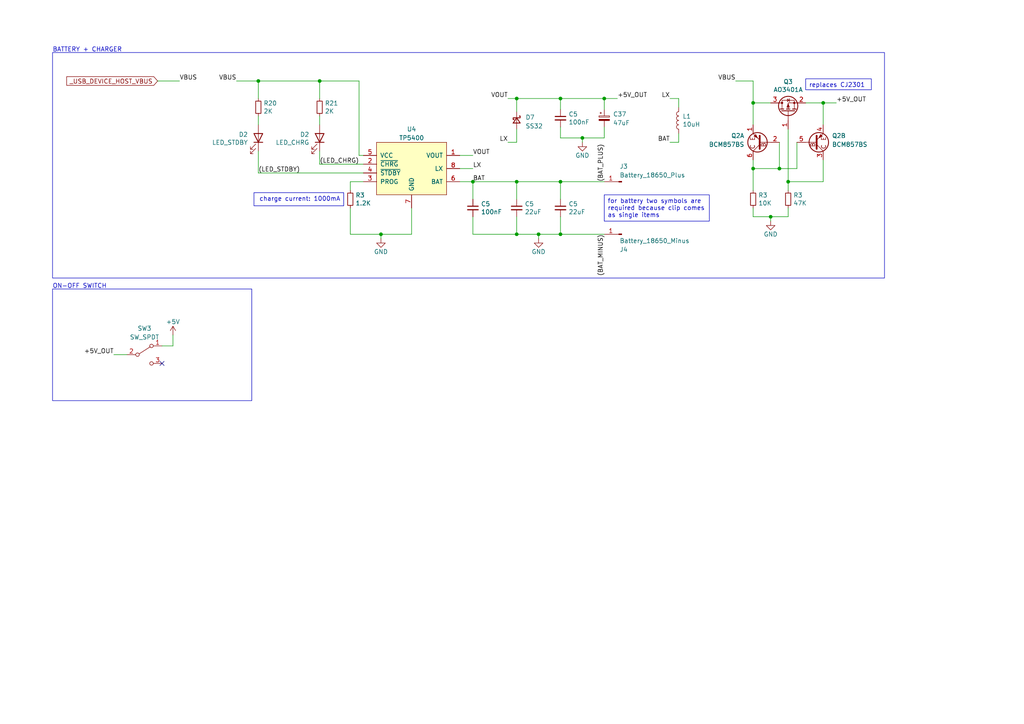
<source format=kicad_sch>
(kicad_sch (version 20231120) (generator "eeschema") (generator_version "8.0")
  (paper "A4")
  (lib_symbols
    (symbol "Connector:Conn_01x01_Pin" (pin_names (offset 1.016) hide)
      (property "Reference" "J" (at 0 2.54 0))
      (property "Value" "Conn_01x01_Pin" (at 0 -2.54 0))
      (symbol "Conn_01x01_Pin_1_1"
        (polyline (pts (xy 1.27 0) (xy 0.8636 0)) (stroke (width 0.1524)))
        (rectangle (start 0.8636 0.127) (end 0 -0.127) (stroke (width 0.1524)) (fill (type outline)))
        (pin passive line (at 5.08 0 180) (length 3.81) (name "Pin_1") (number "1"))
      )
    )
    (symbol "Device:C_Polarized_Small" (pin_numbers hide) (pin_names (offset 0.254) hide)
      (property "Reference" "C" (at 0.254 1.778 0))
      (property "Value" "C_Polarized_Small" (at 0.254 -2.032 0))
      (symbol "C_Polarized_Small_0_1"
        (rectangle (start -1.524 -0.3048) (end 1.524 -0.6858) (fill (type outline)))
        (rectangle (start -1.524 0.6858) (end 1.524 0.3048))
        (polyline (pts (xy -1.27 1.524) (xy -0.762 1.524)))
        (polyline (pts (xy -1.016 1.27) (xy -1.016 1.778)))
      )
      (symbol "C_Polarized_Small_1_1"
        (pin passive line (at 0 2.54 270) (length 1.8542) (name "~") (number "1"))
        (pin passive line (at 0 -2.54 90) (length 1.8542) (name "~") (number "2"))
      )
    )
    (symbol "Device:C_Small" (pin_numbers hide) (pin_names (offset 0.254) hide)
      (property "Reference" "C" (at 0.254 1.778 0))
      (property "Value" "C_Small" (at 0.254 -2.032 0))
      (symbol "C_Small_0_1"
        (polyline (pts (xy -1.524 -0.508) (xy 1.524 -0.508)) (stroke (width 0.3302)))
        (polyline (pts (xy -1.524 0.508) (xy 1.524 0.508)) (stroke (width 0.3048)))
      )
      (symbol "C_Small_1_1"
        (pin passive line (at 0 2.54 270) (length 2.032) (name "~") (number "1"))
        (pin passive line (at 0 -2.54 90) (length 2.032) (name "~") (number "2"))
      )
    )
    (symbol "Device:D_Schottky_Small" (pin_numbers hide) (pin_names (offset 0.254) hide)
      (property "Reference" "D" (at -1.27 2.032 0))
      (property "Value" "D_Schottky_Small" (at -7.112 -2.032 0))
      (symbol "D_Schottky_Small_0_1"
        (polyline (pts (xy -0.762 0) (xy 0.762 0)))
        (polyline (pts (xy 0.762 -1.016) (xy -0.762 0) (xy 0.762 1.016) (xy 0.762 -1.016)) (stroke (width 0.254)))
        (polyline (pts (xy -1.27 0.762) (xy -1.27 1.016) (xy -0.762 1.016) (xy -0.762 -1.016) (xy -0.254 -1.016) (xy -0.254 -0.762)) (stroke (width 0.254)))
      )
      (symbol "D_Schottky_Small_1_1"
        (pin passive line (at -2.54 0 0) (length 1.778) (name "K") (number "1"))
        (pin passive line (at 2.54 0 180) (length 1.778) (name "A") (number "2"))
      )
    )
    (symbol "Device:L" (pin_numbers hide) (pin_names (offset 1.016) hide)
      (property "Reference" "L" (at -1.27 0 90))
      (property "Value" "L" (at 1.905 0 90))
      (symbol "L_0_1"
        (arc (start 0 -2.54) (mid 0.6323 -1.905) (end 0 -1.27))
        (arc (start 0 -1.27) (mid 0.6323 -0.635) (end 0 0))
        (arc (start 0 0) (mid 0.6323 0.635) (end 0 1.27))
        (arc (start 0 1.27) (mid 0.6323 1.905) (end 0 2.54))
      )
      (symbol "L_1_1"
        (pin passive line (at 0 3.81 270) (length 1.27) (name "1") (number "1"))
        (pin passive line (at 0 -3.81 90) (length 1.27) (name "2") (number "2"))
      )
    )
    (symbol "Device:LED" (pin_numbers hide) (pin_names (offset 1.016) hide)
      (property "Reference" "D" (at 0 2.54 0))
      (property "Value" "LED" (at 0 -2.54 0))
      (symbol "LED_0_1"
        (polyline (pts (xy -1.27 -1.27) (xy -1.27 1.27)) (stroke (width 0.254)))
        (polyline (pts (xy -1.27 0) (xy 1.27 0)))
        (polyline (pts (xy 1.27 -1.27) (xy 1.27 1.27) (xy -1.27 0) (xy 1.27 -1.27)) (stroke (width 0.254)))
        (polyline (pts (xy -3.048 -0.762) (xy -4.572 -2.286) (xy -3.81 -2.286) (xy -4.572 -2.286) (xy -4.572 -1.524)))
        (polyline (pts (xy -1.778 -0.762) (xy -3.302 -2.286) (xy -2.54 -2.286) (xy -3.302 -2.286) (xy -3.302 -1.524)))
      )
      (symbol "LED_1_1"
        (pin passive line (at -3.81 0 0) (length 2.54) (name "K") (number "1"))
        (pin passive line (at 3.81 0 180) (length 2.54) (name "A") (number "2"))
      )
    )
    (symbol "Device:R_Small" (pin_numbers hide) (pin_names (offset 0.254) hide)
      (property "Reference" "R" (at 0.762 0.508 0))
      (property "Value" "R_Small" (at 0.762 -1.016 0))
      (symbol "R_Small_0_1"
        (rectangle (start -0.762 1.778) (end 0.762 -1.778) (stroke (width 0.2032)))
      )
      (symbol "R_Small_1_1"
        (pin passive line (at 0 2.54 270) (length 0.762) (name "~") (number "1"))
        (pin passive line (at 0 -2.54 90) (length 0.762) (name "~") (number "2"))
      )
    )
    (symbol "PCM_4ms_Transistor:MBT3906DW1" (pin_names (offset 0) hide)
      (property "Reference" "Q" (at 5.08 1.27 0))
      (property "Value" "MBT3906DW1" (at 5.08 -1.27 0))
      (property "Display" "PNP" (at -0.381 4.1148 0))
      (symbol "MBT3906DW1_0_0"
        (text "B" (at -0.4826 0.7112 900) (effects (font (size 1.27 1.27))))
        (text "C" (at 2.6924 1.2954 900) (effects (font (size 1.27 1.27))))
        (text "E" (at 2.6924 -1.0922 900) (effects (font (size 1.27 1.27))))
      )
      (symbol "MBT3906DW1_0_1"
        (polyline (pts (xy 0.635 0) (xy -2.54 0)))
        (polyline (pts (xy 0.635 0.635) (xy 2.54 2.54)))
        (polyline (pts (xy 0.635 -0.635) (xy 2.54 -2.54) (xy 2.54 -2.54)))
        (polyline (pts (xy 0.635 1.905) (xy 0.635 -1.905) (xy 0.635 -1.905)) (stroke (width 0.508)))
        (polyline (pts (xy 2.286 -1.778) (xy 1.778 -2.286) (xy 1.27 -1.27) (xy 2.286 -1.778) (xy 2.286 -1.778)) (fill (type outline)))
        (circle (center 1.27 0) (radius 2.8194) (stroke (width 0.254)))
      )
      (symbol "MBT3906DW1_1_1"
        (pin passive line (at 2.54 -5.08 90) (length 2.54) (name "E1") (number "1"))
        (pin input line (at -5.08 0 0) (length 2.54) (name "B1") (number "2"))
        (pin passive line (at 2.54 5.08 270) (length 2.54) (name "C1") (number "6"))
      )
      (symbol "MBT3906DW1_2_1"
        (pin passive line (at 2.54 5.08 270) (length 2.54) (name "C2") (number "3"))
        (pin passive line (at 2.54 -5.08 90) (length 2.54) (name "E2") (number "4"))
        (pin input line (at -5.08 0 0) (length 2.54) (name "B2") (number "5"))
      )
    )
    (symbol "Switch:SW_SPDT" (pin_names (offset 0) hide)
      (property "Reference" "SW" (at 0 4.318 0))
      (property "Value" "SW_SPDT" (at 0 -5.08 0))
      (symbol "SW_SPDT_0_0"
        (circle (center -2.032 0) (radius 0.508))
        (circle (center 2.032 -2.54) (radius 0.508))
      )
      (symbol "SW_SPDT_0_1"
        (polyline (pts (xy -1.524 0.254) (xy 1.651 2.286)))
        (circle (center 2.032 2.54) (radius 0.508))
      )
      (symbol "SW_SPDT_1_1"
        (pin passive line (at 5.08 2.54 180) (length 2.54) (name "A") (number "1"))
        (pin passive line (at -5.08 0 0) (length 2.54) (name "B") (number "2"))
        (pin passive line (at 5.08 -2.54 180) (length 2.54) (name "C") (number "3"))
      )
    )
    (symbol "TP5400:TP5400" (pin_names (offset 1.016))
      (property "Reference" "U" (at -8.89 8.89 0))
      (property "Value" "TP5400" (at 6.985 -8.89 0))
      (symbol "TP5400_1_0"
        (rectangle (start -10.16 -7.62) (end 10.16 7.62))
      )
      (symbol "TP5400_1_1"
        (rectangle (start -10.16 7.62) (end 10.16 -7.62) (stroke (width -0.0001)) (fill (type background)))
        (rectangle (start -10.16 7.62) (end 17.78 7.62) (stroke (width -0.0001)) (fill (type background)))
        (pin power_out line (at 13.97 3.81 180) (length 3.81) (name "VOUT") (number "1"))
        (pin output line (at -13.97 1.27 0) (length 3.81) (name "~{CHRG}") (number "2"))
        (pin passive line (at -13.97 -3.81 0) (length 3.81) (name "PROG") (number "3"))
        (pin output line (at -13.97 -1.27 0) (length 3.81) (name "~{STDBY}") (number "4"))
        (pin power_in line (at -13.97 3.81 0) (length 3.81) (name "VCC") (number "5"))
        (pin power_out line (at 13.97 -3.81 180) (length 3.81) (name "BAT") (number "6"))
        (pin power_in line (at 0 -11.43 90) (length 3.81) (name "GND") (number "7"))
        (pin passive line (at 13.97 0 180) (length 3.81) (name "LX") (number "8"))
      )
    )
    (symbol "Transistor_FET:AO3401A" (pin_names hide)
      (property "Reference" "Q" (at 5.08 1.905 0))
      (property "Value" "AO3401A" (at 5.08 0 0))
      (symbol "AO3401A_0_1"
        (polyline (pts (xy 0.254 0) (xy -2.54 0)))
        (polyline (pts (xy 0.254 1.905) (xy 0.254 -1.905)) (stroke (width 0.254)))
        (polyline (pts (xy 0.762 -1.27) (xy 0.762 -2.286)) (stroke (width 0.254)))
        (polyline (pts (xy 0.762 0.508) (xy 0.762 -0.508)) (stroke (width 0.254)))
        (polyline (pts (xy 0.762 2.286) (xy 0.762 1.27)) (stroke (width 0.254)))
        (polyline (pts (xy 2.54 2.54) (xy 2.54 1.778)))
        (polyline (pts (xy 2.54 -2.54) (xy 2.54 0) (xy 0.762 0)))
        (polyline (pts (xy 0.762 1.778) (xy 3.302 1.778) (xy 3.302 -1.778) (xy 0.762 -1.778)))
        (polyline (pts (xy 2.286 0) (xy 1.27 0.381) (xy 1.27 -0.381) (xy 2.286 0)) (fill (type outline)))
        (polyline (pts (xy 2.794 -0.508) (xy 2.921 -0.381) (xy 3.683 -0.381) (xy 3.81 -0.254)))
        (polyline (pts (xy 3.302 -0.381) (xy 2.921 0.254) (xy 3.683 0.254) (xy 3.302 -0.381)))
        (circle (center 1.651 0) (radius 2.794) (stroke (width 0.254)))
        (circle (center 2.54 -1.778) (radius 0.254) (fill (type outline)))
        (circle (center 2.54 1.778) (radius 0.254) (fill (type outline)))
      )
      (symbol "AO3401A_1_1"
        (pin input line (at -5.08 0 0) (length 2.54) (name "G") (number "1"))
        (pin passive line (at 2.54 -5.08 90) (length 2.54) (name "S") (number "2"))
        (pin passive line (at 2.54 5.08 270) (length 2.54) (name "D") (number "3"))
      )
    )
    (symbol "power:+5V" (power) (pin_names (offset 0))
      (property "Value" "+5V" (at 0 3.556 0))
      (symbol "+5V_0_1"
        (polyline (pts (xy -0.762 1.27) (xy 0 2.54)))
        (polyline (pts (xy 0 0) (xy 0 2.54)))
        (polyline (pts (xy 0 2.54) (xy 0.762 1.27)))
      )
      (symbol "+5V_1_1"
        (pin power_in line (at 0 0 90) (length 0) hide (name "+5V") (number "1"))
      )
    )
    (symbol "power:GND" (power) (pin_names (offset 0))
      (property "Value" "GND" (at 0 -3.81 0))
      (symbol "GND_0_1"
        (polyline (pts (xy 0 0) (xy 0 -1.27) (xy 1.27 -1.27) (xy 0 -2.54) (xy -1.27 -1.27) (xy 0 -1.27)))
      )
      (symbol "GND_1_1"
        (pin power_in line (at 0 0 270) (length 0) hide (name "GND") (number "1"))
      )
    )
  )
  (junction (at 74.93 23.495))
  (junction (at 218.44 29.845))
  (junction (at 223.52 62.865))
  (junction (at 156.21 67.945))
  (junction (at 149.86 67.945))
  (junction (at 162.56 28.575))
  (junction (at 162.56 67.945))
  (junction (at 175.26 28.575))
  (junction (at 110.49 67.945))
  (junction (at 162.56 52.705))
  (junction (at 92.71 23.495))
  (junction (at 137.16 52.705))
  (junction (at 228.6 52.705))
  (junction (at 218.44 48.895))
  (junction (at 238.76 29.845))
  (junction (at 149.86 28.575))
  (junction (at 149.86 52.705))
  (junction (at 168.91 40.005))
  (junction (at 226.06 48.895))
  (no_connect (at 46.99 105.41))
  (wire (pts (xy 92.71 43.815) (xy 92.71 47.625)))
  (wire (pts (xy 196.85 31.115) (xy 196.85 28.575)))
  (wire (pts (xy 68.58 23.495) (xy 74.93 23.495)))
  (wire (pts (xy 238.76 29.845) (xy 238.76 36.195)))
  (wire (pts (xy 50.165 100.33) (xy 50.165 97.155)))
  (wire (pts (xy 149.86 57.785) (xy 149.86 52.705)))
  (wire (pts (xy 137.16 67.945) (xy 149.86 67.945)))
  (wire (pts (xy 162.56 57.785) (xy 162.56 52.705)))
  (wire (pts (xy 92.71 23.495) (xy 92.71 28.575)))
  (wire (pts (xy 218.44 29.845) (xy 218.44 36.195)))
  (wire (pts (xy 162.56 36.83) (xy 162.56 40.005)))
  (wire (pts (xy 223.52 62.865) (xy 228.6 62.865)))
  (wire (pts (xy 162.56 28.575) (xy 175.26 28.575)))
  (wire (pts (xy 149.86 67.945) (xy 156.21 67.945)))
  (wire (pts (xy 218.44 23.495) (xy 218.44 29.845)))
  (wire (pts (xy 233.68 29.845) (xy 238.76 29.845)))
  (wire (pts (xy 137.16 52.705) (xy 137.16 57.785)))
  (wire (pts (xy 226.06 48.895) (xy 226.06 41.275)))
  (wire (pts (xy 228.6 52.705) (xy 238.76 52.705)))
  (wire (pts (xy 168.91 40.005) (xy 168.91 41.275)))
  (wire (pts (xy 218.44 46.355) (xy 218.44 48.895)))
  (wire (pts (xy 101.6 67.945) (xy 110.49 67.945)))
  (wire (pts (xy 228.6 62.865) (xy 228.6 60.325)))
  (wire (pts (xy 45.72 23.495) (xy 52.07 23.495)))
  (wire (pts (xy 119.38 60.325) (xy 119.38 67.945)))
  (wire (pts (xy 50.165 100.33) (xy 46.99 100.33)))
  (wire (pts (xy 104.14 23.495) (xy 104.14 45.085)))
  (wire (pts (xy 196.85 41.275) (xy 194.31 41.275)))
  (wire (pts (xy 133.35 48.895) (xy 137.16 48.895)))
  (wire (pts (xy 162.56 28.575) (xy 149.86 28.575)))
  (wire (pts (xy 226.06 48.895) (xy 231.14 48.895)))
  (wire (pts (xy 149.86 62.865) (xy 149.86 67.945)))
  (wire (pts (xy 238.76 29.845) (xy 242.57 29.845)))
  (wire (pts (xy 74.93 43.815) (xy 74.93 50.165)))
  (wire (pts (xy 168.91 40.005) (xy 175.26 40.005)))
  (wire (pts (xy 137.16 62.865) (xy 137.16 67.945)))
  (wire (pts (xy 133.35 52.705) (xy 137.16 52.705)))
  (wire (pts (xy 228.6 37.465) (xy 228.6 52.705)))
  (wire (pts (xy 218.44 62.865) (xy 223.52 62.865)))
  (wire (pts (xy 101.6 60.325) (xy 101.6 67.945)))
  (wire (pts (xy 149.86 37.465) (xy 149.86 41.275)))
  (wire (pts (xy 105.41 52.705) (xy 101.6 52.705)))
  (wire (pts (xy 101.6 52.705) (xy 101.6 55.245)))
  (wire (pts (xy 223.52 62.865) (xy 223.52 64.135)))
  (wire (pts (xy 231.14 41.275) (xy 231.14 48.895)))
  (wire (pts (xy 218.44 48.895) (xy 218.44 55.245)))
  (wire (pts (xy 218.44 29.845) (xy 223.52 29.845)))
  (wire (pts (xy 162.56 52.705) (xy 149.86 52.705)))
  (wire (pts (xy 110.49 67.945) (xy 119.38 67.945)))
  (wire (pts (xy 196.85 38.735) (xy 196.85 41.275)))
  (wire (pts (xy 218.44 48.895) (xy 226.06 48.895)))
  (wire (pts (xy 105.41 45.085) (xy 104.14 45.085)))
  (wire (pts (xy 156.21 67.945) (xy 162.56 67.945)))
  (wire (pts (xy 156.21 67.945) (xy 156.21 69.215)))
  (wire (pts (xy 105.41 47.625) (xy 92.71 47.625)))
  (wire (pts (xy 228.6 52.705) (xy 228.6 55.245)))
  (wire (pts (xy 175.26 36.83) (xy 175.26 40.005)))
  (wire (pts (xy 162.56 40.005) (xy 168.91 40.005)))
  (wire (pts (xy 196.85 28.575) (xy 194.31 28.575)))
  (wire (pts (xy 149.86 32.385) (xy 149.86 28.575)))
  (wire (pts (xy 149.86 41.275) (xy 147.32 41.275)))
  (wire (pts (xy 74.93 50.165) (xy 105.41 50.165)))
  (wire (pts (xy 133.35 45.085) (xy 137.16 45.085)))
  (wire (pts (xy 162.56 31.75) (xy 162.56 28.575)))
  (wire (pts (xy 137.16 52.705) (xy 149.86 52.705)))
  (wire (pts (xy 74.93 28.575) (xy 74.93 23.495)))
  (wire (pts (xy 175.26 28.575) (xy 179.07 28.575)))
  (wire (pts (xy 74.93 23.495) (xy 92.71 23.495)))
  (wire (pts (xy 74.93 33.655) (xy 74.93 36.195)))
  (wire (pts (xy 162.56 62.865) (xy 162.56 67.945)))
  (wire (pts (xy 33.02 102.87) (xy 36.83 102.87)))
  (wire (pts (xy 218.44 60.325) (xy 218.44 62.865)))
  (wire (pts (xy 162.56 52.705) (xy 175.26 52.705)))
  (wire (pts (xy 104.14 23.495) (xy 92.71 23.495)))
  (wire (pts (xy 110.49 67.945) (xy 110.49 69.215)))
  (wire (pts (xy 238.76 46.355) (xy 238.76 52.705)))
  (wire (pts (xy 213.36 23.495) (xy 218.44 23.495)))
  (wire (pts (xy 162.56 67.945) (xy 175.26 67.945)))
  (wire (pts (xy 175.26 28.575) (xy 175.26 31.75)))
  (wire (pts (xy 149.86 28.575) (xy 147.32 28.575)))
  (wire (pts (xy 92.71 33.655) (xy 92.71 36.195)))
  (rectangle (start 15.24 83.82) (end 73.025 116.205))
  (rectangle (start 15.24 15.24) (end 256.54 80.645))
  (text_box "replaces CJ2301" (at 233.68 22.86 0) (size 19.05 3.175) (effects (font (size 1.27 1.27)) (justify left top)))
  (text_box "for battery two symbols are required because clip comes as single items" (at 175.26 56.515 0) (size 30.48 7.62) (effects (font (size 1.27 1.27)) (justify left top)))
  (text_box "charge current: 1000mA" (at 73.66 55.88 0) (size 26.035 3.81) (effects (font (size 1.27 1.27)) (justify right top)))
  (text "BATTERY + CHARGER" (at 15.24 15.24 0) (effects (font (size 1.27 1.27)) (justify left bottom)))
  (text "ON-OFF SWITCH" (at 15.24 83.82 0) (effects (font (size 1.27 1.27)) (justify left bottom)))
  (label "BAT" (at 194.31 41.275 180))
  (label "VBUS" (at 68.58 23.495 180))
  (label "+5V_OUT" (at 242.57 29.845 0))
  (label "LX" (at 147.32 41.275 180))
  (label "(LED_STDBY)" (at 74.93 50.165 0))
  (label "+5V_OUT" (at 33.02 102.87 180))
  (label "VBUS" (at 52.07 23.495 0))
  (label "VOUT" (at 147.32 28.575 180))
  (label "(BAT_MINUS)" (at 175.26 67.945 270))
  (label "VBUS" (at 213.36 23.495 180))
  (label "BAT" (at 137.16 52.705 0))
  (label "+5V_OUT" (at 179.07 28.575 0))
  (label "(LED_CHRG)" (at 92.71 47.625 0))
  (label "LX" (at 194.31 28.575 180))
  (label "VOUT" (at 137.16 45.085 0))
  (label "(BAT_PLUS)" (at 175.26 52.705 90))
  (label "LX" (at 137.16 48.895 0))
  (global_label "_USB_DEVICE_HOST_VBUS" (shape input) (at 45.72 23.495 180) (property "Intersheetrefs" "${INTERSHEET_REFS}" (effects (hide yes))))
  (symbol (lib_id "power:+5V") (at 50.165 97.155 0) (unit 1)
    (property "Reference" "#PWR02" (effects (hide yes)))
    (property "Value" "+5V" (at 50.165 93.345 0))
    (instances (project "KLST_GRASS" (path "" (reference "#PWR02") (unit 1))) (project "KLST_CATERPILLAR" (path "" (reference "#PWR046") (unit 1))))
  )
  (symbol (lib_id "Device:R_Small") (at 74.93 31.115 180) (unit 1)
    (property "Reference" "R20" (at 76.4286 29.9466 0) (effects (justify right)))
    (property "Value" "2K" (at 76.4286 32.258 0) (effects (justify right)))
    (property "Footprint" "Resistor_SMD:R_0805_2012Metric_Pad1.20x1.40mm_HandSolder" (effects (hide yes)))
    (property "Description" "125mW" (effects (hide yes)))
    (property "JLCPCB" "C17604" (effects (hide yes)))
  )
  (symbol (lib_id "Device:L") (at 196.85 34.925 180) (unit 1)
    (property "Reference" "L1" (at 197.9676 33.7566 0) (effects (justify right)))
    (property "Value" "10uH" (at 197.9676 36.068 0) (effects (justify right)))
    (property "Footprint" "Inductor_SMD:L_Changjiang_FNR4030S" (effects (hide yes)))
    (property "Description" "1.5A" (effects (hide yes)))
    (property "JLCPCB" "C167879" (effects (hide yes)))
    (instances (project "KLST_GRASS" (path "" (reference "L1") (unit 1))) (project "KLST_CATERPILLAR" (path "" (reference "L3") (unit 1))))
  )
  (symbol (lib_id "TP5400:TP5400") (at 119.38 48.895 0) (unit 1)
    (property "Reference" "U4" (at 119.38 37.465 0))
    (property "Value" "TP5400" (at 119.38 40.005 0))
    (property "Footprint" "Package_SO:SOP-8_3.9x4.9mm_P1.27mm" (effects (hide yes)))
    (property "JLCPCB" "C2891434" (effects (hide yes)))
  )
  (symbol (lib_id "Device:C_Small") (at 149.86 60.325 0) (unit 1)
    (property "Reference" "C5" (at 152.1968 59.1566 0) (effects (justify left)))
    (property "Value" "22uF" (at 152.1968 61.468 0) (effects (justify left)))
    (property "Footprint" "Capacitor_SMD:C_0805_2012Metric" (effects (hide yes)))
    (property "Description" "25V" (effects (hide yes)))
    (property "JLCPCB" "C45783" (effects (hide yes)))
    (instances (project "KLST_GRASS" (path "" (reference "C5") (unit 1))) (project "KLST_CATERPILLAR" (path "" (reference "C34") (unit 1))))
  )
  (symbol (lib_id "Device:R_Small") (at 228.6 57.785 180) (unit 1)
    (property "Reference" "R3" (at 230.0986 56.6166 0) (effects (justify right)))
    (property "Value" "47K" (at 230.0986 58.928 0) (effects (justify right)))
    (property "Footprint" "Resistor_SMD:R_1210_3225Metric" (effects (hide yes)))
    (property "Description" "500mW" (effects (hide yes)))
    (property "JLCPCB" "C105023" (effects (hide yes)))
    (instances (project "KLST_GRASS" (path "" (reference "R3") (unit 1))) (project "KLST_CATERPILLAR" (path "" (reference "R24") (unit 1))))
  )
  (symbol (lib_id "PCM_4ms_Transistor:MBT3906DW1") (at 220.98 41.275 180) (unit 1)
    (property "Reference" "Q2" (at 215.9 39.37 0) (effects (justify left)))
    (property "Value" "BCM857BS" (at 215.9 41.91 0) (effects (justify left)))
    (property "Footprint" "Package_TO_SOT_SMD:SOT-363_SC-70-6" (effects (hide yes)))
    (property "Description" "PNP" (effects (hide yes)))
    (property "JLCPCB" "C105896" (effects (hide yes)))
  )
  (symbol (lib_id "power:GND") (at 156.21 69.215 0) (unit 1)
    (property "Reference" "#PWR01" (effects (hide yes)))
    (property "Value" "GND" (at 156.21 73.025 0))
    (instances (project "KLST_GRASS" (path "" (reference "#PWR01") (unit 1))) (project "KLST_CATERPILLAR" (path "" (reference "#PWR048") (unit 1))))
  )
  (symbol (lib_id "Device:R_Small") (at 218.44 57.785 180) (unit 1)
    (property "Reference" "R3" (at 219.9386 56.6166 0) (effects (justify right)))
    (property "Value" "10K" (at 219.9386 58.928 0) (effects (justify right)))
    (property "Footprint" "Resistor_SMD:R_1210_3225Metric" (effects (hide yes)))
    (property "Description" "500mW" (effects (hide yes)))
    (property "JLCPCB" "C474295" (effects (hide yes)))
    (instances (project "KLST_GRASS" (path "" (reference "R3") (unit 1))) (project "KLST_CATERPILLAR" (path "" (reference "R23") (unit 1))))
  )
  (symbol (lib_id "Device:D_Schottky_Small") (at 149.86 34.925 270) (unit 1)
    (property "Reference" "D7" (at 152.4 34.036 90) (effects (justify left)))
    (property "Value" "SS32" (at 152.4 36.576 90) (effects (justify left)))
    (property "Footprint" "Diode_SMD:D_SMA" (effects (hide yes)))
    (property "JLCPCB" "C34897" (effects (hide yes)))
  )
  (symbol (lib_id "Device:C_Small") (at 162.56 60.325 0) (unit 1)
    (property "Reference" "C5" (at 164.8968 59.1566 0) (effects (justify left)))
    (property "Value" "22uF" (at 164.8968 61.468 0) (effects (justify left)))
    (property "Footprint" "Capacitor_SMD:C_0805_2012Metric" (effects (hide yes)))
    (property "Description" "25V" (effects (hide yes)))
    (property "JLCPCB" "C45783" (effects (hide yes)))
    (instances (project "KLST_GRASS" (path "" (reference "C5") (unit 1))) (project "KLST_CATERPILLAR" (path "" (reference "C36") (unit 1))))
  )
  (symbol (lib_id "Connector:Conn_01x01_Pin") (at 180.34 67.945 0) (mirror y) (unit 1)
    (property "Reference" "J4" (at 179.705 72.39 0) (effects (justify right)))
    (property "Value" "Battery_18650_Minus" (at 179.705 69.85 0) (effects (justify right)))
    (property "Footprint" "MY-18650-01:MY-18650-01" (effects (hide yes)))
    (property "JLCPCB" "C2979183" (effects (hide yes)))
  )
  (symbol (lib_id "Switch:SW_SPDT") (at 41.91 102.87 0) (unit 1)
    (property "Reference" "SW3" (at 41.91 95.25 0))
    (property "Value" "SW_SPDT" (at 41.91 97.79 0))
    (property "Footprint" "MK-12F03-G015:MK-12F03-G015" (effects (hide yes)))
    (property "JLCPCB" "C963208" (effects (hide yes)))
  )
  (symbol (lib_id "Device:LED") (at 74.93 40.005 270) (mirror x) (unit 1)
    (property "Reference" "D2" (at 71.9328 39.0144 90) (effects (justify right)))
    (property "Value" "LED_STDBY" (at 71.9328 41.3258 90) (effects (justify right)))
    (property "Footprint" "LED_SMD:LED_0805_2012Metric" (effects (hide yes)))
    (property "Description" "WHITE" (effects (hide yes)))
    (property "JLCPCB" "C34499" (effects (hide yes)))
    (instances (project "KLST_GRASS" (path "" (reference "D2") (unit 1))) (project "KLST_CATERPILLAR" (path "" (reference "D5") (unit 1))))
  )
  (symbol (lib_id "power:GND") (at 223.52 64.135 0) (unit 1)
    (property "Reference" "#PWR01" (effects (hide yes)))
    (property "Value" "GND" (at 223.52 67.945 0))
    (instances (project "KLST_GRASS" (path "" (reference "#PWR01") (unit 1))) (project "KLST_CATERPILLAR" (path "" (reference "#PWR050") (unit 1))))
  )
  (symbol (lib_id "Device:C_Polarized_Small") (at 175.26 34.29 0) (unit 1)
    (property "Reference" "C37" (at 177.8 33.1089 0) (effects (justify left)))
    (property "Value" "47uF" (at 177.8 35.6489 0) (effects (justify left)))
    (property "Footprint" "Capacitor_SMD:CP_Elec_4x5.4" (effects (hide yes)))
    (property "Description" "10V" (effects (hide yes)))
    (property "JLCPCB" "C114447" (effects (hide yes)))
  )
  (symbol (lib_id "Device:C_Small") (at 162.56 34.29 0) (unit 1)
    (property "Reference" "C5" (at 164.8968 33.1216 0) (effects (justify left)))
    (property "Value" "100nF" (at 164.8968 35.433 0) (effects (justify left)))
    (property "Footprint" "Capacitor_SMD:C_0805_2012Metric" (effects (hide yes)))
    (property "Description" "16V" (effects (hide yes)))
    (property "JLCPCB" "C28233" (effects (hide yes)))
    (instances (project "KLST_GRASS" (path "" (reference "C5") (unit 1))) (project "KLST_CATERPILLAR" (path "" (reference "C35") (unit 1))))
  )
  (symbol (lib_id "Connector:Conn_01x01_Pin") (at 180.34 52.705 180) (unit 1)
    (property "Reference" "J3" (at 179.705 48.26 0) (effects (justify right)))
    (property "Value" "Battery_18650_Plus" (at 179.705 50.8 0) (effects (justify right)))
    (property "Footprint" "MY-18650-01:MY-18650-01" (effects (hide yes)))
    (property "JLCPCB" "C2979183" (effects (hide yes)))
  )
  (symbol (lib_id "PCM_4ms_Transistor:MBT3906DW1") (at 236.22 41.275 0) (mirror x) (unit 2)
    (property "Reference" "Q2" (at 241.3 39.37 0) (effects (justify left)))
    (property "Value" "BCM857BS" (at 241.3 41.91 0) (effects (justify left)))
    (property "Footprint" "Package_TO_SOT_SMD:SOT-363_SC-70-6" (effects (hide yes)))
    (property "Description" "PNP" (effects (hide yes)))
    (property "JLCPCB" "C105896" (effects (hide yes)))
  )
  (symbol (lib_id "Device:C_Small") (at 137.16 60.325 0) (unit 1)
    (property "Reference" "C5" (at 139.4968 59.1566 0) (effects (justify left)))
    (property "Value" "100nF" (at 139.4968 61.468 0) (effects (justify left)))
    (property "Footprint" "Capacitor_SMD:C_0805_2012Metric" (effects (hide yes)))
    (property "Description" "16V" (effects (hide yes)))
    (property "JLCPCB" "C28233" (effects (hide yes)))
    (instances (project "KLST_GRASS" (path "" (reference "C5") (unit 1))) (project "KLST_CATERPILLAR" (path "" (reference "C33") (unit 1))))
  )
  (symbol (lib_id "power:GND") (at 168.91 41.275 0) (unit 1)
    (property "Reference" "#PWR01" (effects (hide yes)))
    (property "Value" "GND" (at 168.91 45.085 0))
    (instances (project "KLST_GRASS" (path "" (reference "#PWR01") (unit 1))) (project "KLST_CATERPILLAR" (path "" (reference "#PWR049") (unit 1))))
  )
  (symbol (lib_id "Device:R_Small") (at 92.71 31.115 180) (unit 1)
    (property "Reference" "R21" (at 94.2086 29.9466 0) (effects (justify right)))
    (property "Value" "2K" (at 94.2086 32.258 0) (effects (justify right)))
    (property "Footprint" "Resistor_SMD:R_0805_2012Metric_Pad1.20x1.40mm_HandSolder" (effects (hide yes)))
    (property "Description" "125mW" (effects (hide yes)))
    (property "JLCPCB" "C17604" (effects (hide yes)))
  )
  (symbol (lib_id "power:GND") (at 110.49 69.215 0) (unit 1)
    (property "Reference" "#PWR01" (effects (hide yes)))
    (property "Value" "GND" (at 110.49 73.025 0))
    (instances (project "KLST_GRASS" (path "" (reference "#PWR01") (unit 1))) (project "KLST_CATERPILLAR" (path "" (reference "#PWR047") (unit 1))))
  )
  (symbol (lib_id "Device:LED") (at 92.71 40.005 270) (mirror x) (unit 1)
    (property "Reference" "D2" (at 89.7128 39.0144 90) (effects (justify right)))
    (property "Value" "LED_CHRG" (at 89.7128 41.3258 90) (effects (justify right)))
    (property "Footprint" "LED_SMD:LED_0805_2012Metric" (effects (hide yes)))
    (property "Description" "YELLOW" (effects (hide yes)))
    (property "JLCPCB" "C2296" (effects (hide yes)))
    (instances (project "KLST_GRASS" (path "" (reference "D2") (unit 1))) (project "KLST_CATERPILLAR" (path "" (reference "D6") (unit 1))))
  )
  (symbol (lib_id "Device:R_Small") (at 101.6 57.785 180) (unit 1)
    (property "Reference" "R3" (at 103.0986 56.6166 0) (effects (justify right)))
    (property "Value" "1.2K" (at 103.0986 58.928 0) (effects (justify right)))
    (property "Footprint" "Resistor_SMD:R_0805_2012Metric_Pad1.20x1.40mm_HandSolder" (effects (hide yes)))
    (property "Description" "125mW" (effects (hide yes)))
    (property "JLCPCB" "C17379" (effects (hide yes)))
    (instances (project "KLST_GRASS" (path "" (reference "R3") (unit 1))) (project "KLST_CATERPILLAR" (path "" (reference "R22") (unit 1))))
  )
  (symbol (lib_id "Transistor_FET:AO3401A") (at 228.6 32.385 90) (unit 1)
    (property "Reference" "Q3" (at 228.6 23.6982 90))
    (property "Value" "AO3401A" (at 228.6 26.0096 90))
    (property "Footprint" "Package_TO_SOT_SMD:SOT-23" (effects (hide yes)))
    (property "Datasheet" "http://www.aosmd.com/pdfs/datasheet/AO3401A.pdf" (effects (hide yes)))
    (property "JLCPCB" "C15127" (effects (hide yes)))
  )
)
</source>
